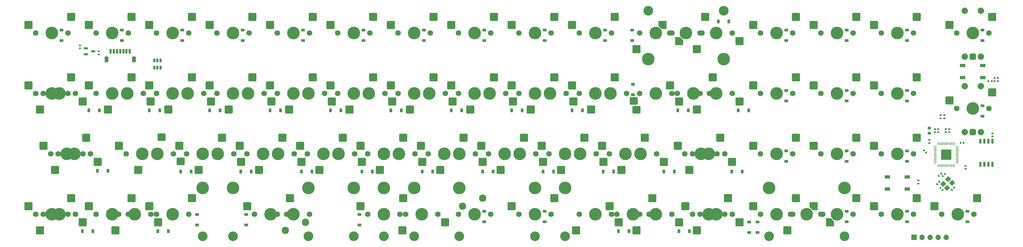
<source format=gbr>
%TF.GenerationSoftware,KiCad,Pcbnew,8.0.5*%
%TF.CreationDate,2024-09-17T11:40:20-04:00*%
%TF.ProjectId,Limousine,4c696d6f-7573-4696-9e65-2e6b69636164,rev?*%
%TF.SameCoordinates,Original*%
%TF.FileFunction,Soldermask,Bot*%
%TF.FilePolarity,Negative*%
%FSLAX46Y46*%
G04 Gerber Fmt 4.6, Leading zero omitted, Abs format (unit mm)*
G04 Created by KiCad (PCBNEW 8.0.5) date 2024-09-17 11:40:20*
%MOMM*%
%LPD*%
G01*
G04 APERTURE LIST*
G04 Aperture macros list*
%AMRoundRect*
0 Rectangle with rounded corners*
0 $1 Rounding radius*
0 $2 $3 $4 $5 $6 $7 $8 $9 X,Y pos of 4 corners*
0 Add a 4 corners polygon primitive as box body*
4,1,4,$2,$3,$4,$5,$6,$7,$8,$9,$2,$3,0*
0 Add four circle primitives for the rounded corners*
1,1,$1+$1,$2,$3*
1,1,$1+$1,$4,$5*
1,1,$1+$1,$6,$7*
1,1,$1+$1,$8,$9*
0 Add four rect primitives between the rounded corners*
20,1,$1+$1,$2,$3,$4,$5,0*
20,1,$1+$1,$4,$5,$6,$7,0*
20,1,$1+$1,$6,$7,$8,$9,0*
20,1,$1+$1,$8,$9,$2,$3,0*%
%AMRotRect*
0 Rectangle, with rotation*
0 The origin of the aperture is its center*
0 $1 length*
0 $2 width*
0 $3 Rotation angle, in degrees counterclockwise*
0 Add horizontal line*
21,1,$1,$2,0,0,$3*%
%AMOutline4P*
0 Free polygon, 4 corners , with rotation*
0 The origin of the aperture is its center*
0 number of corners: always 4*
0 $1 to $8 corner X, Y*
0 $9 Rotation angle, in degrees counterclockwise*
0 create outline with 4 corners*
4,1,4,$1,$2,$3,$4,$5,$6,$7,$8,$1,$2,$9*%
%AMOutline5P*
0 Free polygon, 5 corners , with rotation*
0 The origin of the aperture is its center*
0 number of corners: always 5*
0 $1 to $10 corner X, Y*
0 $11 Rotation angle, in degrees counterclockwise*
0 create outline with 5 corners*
4,1,5,$1,$2,$3,$4,$5,$6,$7,$8,$9,$10,$1,$2,$11*%
%AMOutline6P*
0 Free polygon, 6 corners , with rotation*
0 The origin of the aperture is its center*
0 number of corners: always 6*
0 $1 to $12 corner X, Y*
0 $13 Rotation angle, in degrees counterclockwise*
0 create outline with 6 corners*
4,1,6,$1,$2,$3,$4,$5,$6,$7,$8,$9,$10,$11,$12,$1,$2,$13*%
%AMOutline7P*
0 Free polygon, 7 corners , with rotation*
0 The origin of the aperture is its center*
0 number of corners: always 7*
0 $1 to $14 corner X, Y*
0 $15 Rotation angle, in degrees counterclockwise*
0 create outline with 7 corners*
4,1,7,$1,$2,$3,$4,$5,$6,$7,$8,$9,$10,$11,$12,$13,$14,$1,$2,$15*%
%AMOutline8P*
0 Free polygon, 8 corners , with rotation*
0 The origin of the aperture is its center*
0 number of corners: always 8*
0 $1 to $16 corner X, Y*
0 $17 Rotation angle, in degrees counterclockwise*
0 create outline with 8 corners*
4,1,8,$1,$2,$3,$4,$5,$6,$7,$8,$9,$10,$11,$12,$13,$14,$15,$16,$1,$2,$17*%
G04 Aperture macros list end*
%ADD10C,2.000000*%
%ADD11RoundRect,0.500000X0.500000X-0.500000X0.500000X0.500000X-0.500000X0.500000X-0.500000X-0.500000X0*%
%ADD12C,1.750000*%
%ADD13C,3.987800*%
%ADD14C,2.300000*%
%ADD15C,3.048000*%
%ADD16RoundRect,0.140000X0.170000X-0.140000X0.170000X0.140000X-0.170000X0.140000X-0.170000X-0.140000X0*%
%ADD17RoundRect,0.250000X1.025000X1.000000X-1.025000X1.000000X-1.025000X-1.000000X1.025000X-1.000000X0*%
%ADD18RoundRect,0.225000X0.375000X-0.225000X0.375000X0.225000X-0.375000X0.225000X-0.375000X-0.225000X0*%
%ADD19RoundRect,0.250000X-1.025000X-1.000000X1.025000X-1.000000X1.025000X1.000000X-1.025000X1.000000X0*%
%ADD20RoundRect,0.150000X-0.150000X0.475000X-0.150000X-0.475000X0.150000X-0.475000X0.150000X0.475000X0*%
%ADD21RoundRect,0.225000X0.225000X0.375000X-0.225000X0.375000X-0.225000X-0.375000X0.225000X-0.375000X0*%
%ADD22RoundRect,0.225000X-0.375000X0.225000X-0.375000X-0.225000X0.375000X-0.225000X0.375000X0.225000X0*%
%ADD23RoundRect,0.140000X-0.170000X0.140000X-0.170000X-0.140000X0.170000X-0.140000X0.170000X0.140000X0*%
%ADD24RoundRect,0.135000X-0.135000X-0.185000X0.135000X-0.185000X0.135000X0.185000X-0.135000X0.185000X0*%
%ADD25RoundRect,0.135000X-0.185000X0.135000X-0.185000X-0.135000X0.185000X-0.135000X0.185000X0.135000X0*%
%ADD26RoundRect,0.140000X0.021213X-0.219203X0.219203X-0.021213X-0.021213X0.219203X-0.219203X0.021213X0*%
%ADD27RoundRect,0.140000X-0.140000X-0.170000X0.140000X-0.170000X0.140000X0.170000X-0.140000X0.170000X0*%
%ADD28Outline5P,-1.275000X1.250000X0.275000X1.250000X1.275000X0.250000X1.275000X-1.250000X-1.275000X-1.250000X0.000000*%
%ADD29R,1.700000X1.000000*%
%ADD30RoundRect,0.050000X0.387500X0.050000X-0.387500X0.050000X-0.387500X-0.050000X0.387500X-0.050000X0*%
%ADD31RoundRect,0.050000X0.050000X0.387500X-0.050000X0.387500X-0.050000X-0.387500X0.050000X-0.387500X0*%
%ADD32R,3.200000X3.200000*%
%ADD33RoundRect,0.150000X-0.512500X-0.150000X0.512500X-0.150000X0.512500X0.150000X-0.512500X0.150000X0*%
%ADD34RoundRect,0.150000X-0.150000X-0.625000X0.150000X-0.625000X0.150000X0.625000X-0.150000X0.625000X0*%
%ADD35RoundRect,0.250000X-0.350000X-0.650000X0.350000X-0.650000X0.350000X0.650000X-0.350000X0.650000X0*%
%ADD36RoundRect,0.140000X-0.021213X0.219203X-0.219203X0.021213X0.021213X-0.219203X0.219203X-0.021213X0*%
%ADD37RoundRect,0.230000X-1.045000X-0.920000X1.045000X-0.920000X1.045000X0.920000X-1.045000X0.920000X0*%
%ADD38RoundRect,0.225000X0.250000X-0.225000X0.250000X0.225000X-0.250000X0.225000X-0.250000X-0.225000X0*%
%ADD39RotRect,1.400000X1.200000X45.000000*%
%ADD40Outline4P,-1.275000X1.250000X1.275000X1.250000X1.275000X-1.250000X-1.275000X-1.250000X0.000000*%
%ADD41Outline5P,-1.275000X1.250000X0.275000X1.250000X1.275000X0.250000X1.275000X-1.250000X-1.275000X-1.250000X180.000000*%
%ADD42RoundRect,0.150000X0.150000X-0.650000X0.150000X0.650000X-0.150000X0.650000X-0.150000X-0.650000X0*%
%ADD43RoundRect,0.140000X0.219203X0.021213X0.021213X0.219203X-0.219203X-0.021213X-0.021213X-0.219203X0*%
%ADD44RoundRect,0.230000X1.045000X0.920000X-1.045000X0.920000X-1.045000X-0.920000X1.045000X-0.920000X0*%
%ADD45R,1.700000X1.700000*%
%ADD46O,1.700000X1.700000*%
%ADD47RoundRect,0.135000X0.035355X-0.226274X0.226274X-0.035355X-0.035355X0.226274X-0.226274X0.035355X0*%
G04 APERTURE END LIST*
D10*
%TO.C,SW2*%
X313412500Y-56712500D03*
X318412500Y-56712500D03*
D11*
X315912500Y-56712500D03*
D10*
X318412500Y-42212500D03*
X313412500Y-42212500D03*
%TD*%
D12*
%TO.C,MXS2*%
X153669880Y-82550008D03*
D13*
X158749880Y-82550008D03*
D12*
X163829880Y-82550008D03*
D14*
X154939880Y-80010008D03*
X161289880Y-77470008D03*
%TD*%
D13*
%TO.C,S1*%
X106362435Y-74295000D03*
D15*
X106362434Y-89535000D03*
X82549934Y-89535000D03*
D13*
X82549933Y-74295000D03*
%TD*%
%TO.C,S3*%
X153987395Y-74295000D03*
D15*
X153987394Y-89535000D03*
X130174894Y-89535000D03*
D13*
X130174893Y-74295000D03*
%TD*%
%TO.C,S4*%
X213518573Y-33654992D03*
D15*
X213518574Y-18414992D03*
X237331074Y-18414992D03*
D13*
X237331075Y-33654992D03*
%TD*%
D15*
%TO.C,S6*%
X120649928Y-89535008D03*
D13*
X120649928Y-74295008D03*
D15*
X82549928Y-89535008D03*
D13*
X82549928Y-74295008D03*
%TD*%
D15*
%TO.C,S5*%
X275431042Y-89535000D03*
D13*
X275431042Y-74295000D03*
D15*
X251618542Y-89535000D03*
D13*
X251618542Y-74295000D03*
%TD*%
D12*
%TO.C,MXS1*%
X106679927Y-82550008D03*
D13*
X101599928Y-82550008D03*
D12*
X96519929Y-82550008D03*
D14*
X105409928Y-85090008D03*
X99059928Y-87630008D03*
%TD*%
D15*
%TO.C,S2*%
X187324904Y-89534999D03*
D13*
X187324904Y-74295000D03*
D15*
X73024904Y-89534999D03*
D13*
X73024904Y-74295000D03*
%TD*%
D15*
%TO.C,S7*%
X177799880Y-89535008D03*
D13*
X177799880Y-74295008D03*
D15*
X139699880Y-89535008D03*
D13*
X139699880Y-74295008D03*
%TD*%
D10*
%TO.C,SW1*%
X313412500Y-32900000D03*
X318412500Y-32900000D03*
D11*
X315912500Y-32900000D03*
D10*
X318412500Y-18400000D03*
X313412500Y-18400000D03*
%TD*%
D16*
%TO.C,C2*%
X34329672Y-30259361D03*
X34329672Y-29299361D03*
%TD*%
D12*
%TO.C,MX9*%
X182880000Y-25400000D03*
D13*
X177800000Y-25400000D03*
D12*
X172720000Y-25400000D03*
D17*
X170440000Y-22860000D03*
X183890000Y-20320000D03*
%TD*%
D18*
%TO.C,D6*%
X123731928Y-27843750D03*
X123731928Y-24543750D03*
%TD*%
%TO.C,D56*%
X180899450Y-84993750D03*
X180899450Y-81693750D03*
%TD*%
D12*
%TO.C,MX51*%
X46513721Y-82550008D03*
D13*
X51593720Y-82550008D03*
D12*
X56673719Y-82550008D03*
D19*
X45503720Y-87630008D03*
X58953720Y-85090008D03*
%TD*%
D20*
%TO.C,U2*%
X57787464Y-34047640D03*
X58737464Y-34047641D03*
X59687464Y-34047640D03*
X59687464Y-36397640D03*
X58737464Y-36397639D03*
X57787464Y-36397640D03*
%TD*%
D21*
%TO.C,D43*%
X221736880Y-69155488D03*
X218436880Y-69155488D03*
%TD*%
D12*
%TO.C,MX20*%
X87630000Y-44450000D03*
D13*
X82550000Y-44450000D03*
D12*
X77470000Y-44450000D03*
D17*
X75190000Y-41910000D03*
X88640000Y-39370000D03*
%TD*%
D12*
%TO.C,MX90*%
X227488585Y-63500024D03*
D13*
X232568584Y-63500024D03*
D12*
X237648583Y-63500024D03*
D19*
X239928584Y-66040024D03*
X226478584Y-68580024D03*
%TD*%
D18*
%TO.C,D1*%
X28482008Y-27843750D03*
X28482008Y-24543750D03*
%TD*%
%TO.C,D3*%
X66581976Y-27843750D03*
X66581976Y-24543750D03*
%TD*%
D21*
%TO.C,D17*%
X40444512Y-49807784D03*
X37144512Y-49807784D03*
%TD*%
D22*
%TO.C,D11*%
X208458432Y-24543750D03*
X208458432Y-27843750D03*
%TD*%
D18*
%TO.C,D45*%
X257081816Y-65943750D03*
X257081816Y-62643750D03*
%TD*%
D12*
%TO.C,MX50*%
X49529999Y-82550000D03*
D13*
X44450000Y-82550000D03*
D12*
X39370001Y-82550000D03*
D17*
X37090000Y-80010000D03*
X50540000Y-77470000D03*
%TD*%
D12*
%TO.C,MX36*%
X97154951Y-63500048D03*
D13*
X92074952Y-63500048D03*
D12*
X86994953Y-63500048D03*
D17*
X98164952Y-58420048D03*
X84714952Y-60960048D03*
%TD*%
D18*
%TO.C,D62*%
X295181784Y-84993750D03*
X295181784Y-81693750D03*
%TD*%
%TO.C,D63*%
X314231768Y-84993750D03*
X314231768Y-81693750D03*
%TD*%
D23*
%TO.C,C1*%
X40233420Y-31209360D03*
X40233420Y-32169360D03*
%TD*%
D12*
%TO.C,MX16*%
X320992500Y-25400000D03*
D13*
X315912500Y-25400000D03*
D12*
X310832500Y-25400000D03*
D17*
X308552500Y-22860000D03*
X322002500Y-20320000D03*
%TD*%
D21*
%TO.C,D27*%
X226181856Y-49807784D03*
X222881856Y-49807784D03*
%TD*%
D18*
%TO.C,D59*%
X245367776Y-88367192D03*
X245367776Y-85067192D03*
%TD*%
D12*
%TO.C,MX5*%
X106680000Y-25400000D03*
D13*
X101600000Y-25400000D03*
D12*
X96520000Y-25400000D03*
D17*
X94240000Y-22860000D03*
X107690000Y-20320000D03*
%TD*%
D24*
%TO.C,R4*%
X322800276Y-40574184D03*
X323820276Y-40574184D03*
%TD*%
D12*
%TO.C,MX37*%
X116204951Y-63500048D03*
D13*
X111124952Y-63500048D03*
D12*
X106044953Y-63500048D03*
D17*
X117214952Y-58420048D03*
X103764952Y-60960048D03*
%TD*%
D21*
%TO.C,D44*%
X243148248Y-69155488D03*
X239848248Y-69155488D03*
%TD*%
%TO.C,D22*%
X135694432Y-49807784D03*
X132394432Y-49807784D03*
%TD*%
D12*
%TO.C,MX49*%
X22701241Y-82550008D03*
D13*
X27781240Y-82550008D03*
D12*
X32861239Y-82550008D03*
D19*
X21691240Y-87630008D03*
X35141240Y-85090008D03*
%TD*%
D12*
%TO.C,MX82*%
X72707465Y-63500024D03*
D13*
X77787464Y-63500024D03*
D12*
X82867463Y-63500024D03*
D19*
X85147464Y-66040024D03*
X71697464Y-68580024D03*
%TD*%
D12*
%TO.C,MX44*%
X235267335Y-63500024D03*
D13*
X230187336Y-63500024D03*
D12*
X225107337Y-63500024D03*
D17*
X236277336Y-58420024D03*
X222827336Y-60960024D03*
%TD*%
D12*
%TO.C,MX30*%
X278130000Y-44450000D03*
D13*
X273050000Y-44450000D03*
D12*
X267970000Y-44450000D03*
D17*
X265690000Y-41910000D03*
X279140000Y-39370000D03*
%TD*%
D25*
%TO.C,R8*%
X305748572Y-51375112D03*
X305748572Y-52395112D03*
%TD*%
D18*
%TO.C,D13*%
X257081816Y-27843750D03*
X257081816Y-24543750D03*
%TD*%
D12*
%TO.C,MX52*%
X68579999Y-82550000D03*
D13*
X63500000Y-82550000D03*
D12*
X58420001Y-82550000D03*
D17*
X56140000Y-80010000D03*
X69590000Y-77470000D03*
%TD*%
D18*
%TO.C,D15*%
X295181784Y-27843750D03*
X295181784Y-24543750D03*
%TD*%
D26*
%TO.C,C10*%
X309278689Y-74846379D03*
X309957511Y-74167557D03*
%TD*%
D12*
%TO.C,MX54*%
X135254904Y-82550000D03*
D13*
X130174904Y-82550000D03*
D12*
X125094904Y-82550000D03*
D17*
X136264904Y-77470000D03*
X122814904Y-80010000D03*
%TD*%
D18*
%TO.C,D31*%
X295181784Y-46893750D03*
X295181784Y-43593750D03*
%TD*%
D12*
%TO.C,MX83*%
X91757449Y-63500024D03*
D13*
X96837448Y-63500024D03*
D12*
X101917447Y-63500024D03*
D19*
X104197448Y-66040024D03*
X90747448Y-68580024D03*
%TD*%
D12*
%TO.C,MX74*%
X120332409Y-44450000D03*
D13*
X125412408Y-44450000D03*
D12*
X130492407Y-44450000D03*
D19*
X119322408Y-49530000D03*
X132772408Y-46990000D03*
%TD*%
D21*
%TO.C,D41*%
X183636912Y-69155488D03*
X180336912Y-69155488D03*
%TD*%
D12*
%TO.C,MX47*%
X297180000Y-63500000D03*
D13*
X292100000Y-63500000D03*
D12*
X287020000Y-63500000D03*
D17*
X284740000Y-60960000D03*
X298190000Y-58420000D03*
%TD*%
D25*
%TO.C,R7*%
X306939196Y-51375112D03*
X306939196Y-52395112D03*
%TD*%
D18*
%TO.C,D60*%
X248046680Y-88367192D03*
X248046680Y-85067192D03*
%TD*%
D27*
%TO.C,C7*%
X312114660Y-60070652D03*
X313074660Y-60070652D03*
%TD*%
D12*
%TO.C,MX73*%
X101282425Y-44450000D03*
D13*
X106362424Y-44450000D03*
D12*
X111442423Y-44450000D03*
D19*
X100272424Y-49530000D03*
X113722424Y-46990000D03*
%TD*%
D18*
%TO.C,D29*%
X257081816Y-46893750D03*
X257081816Y-43593750D03*
%TD*%
D12*
%TO.C,MX1*%
X30480000Y-25400000D03*
D13*
X25400000Y-25400000D03*
D12*
X20320000Y-25400000D03*
D17*
X18040000Y-22860000D03*
X31490000Y-20320000D03*
%TD*%
D21*
%TO.C,D19*%
X78544480Y-49807784D03*
X75244480Y-49807784D03*
%TD*%
D12*
%TO.C,MX66*%
X316230000Y-82550000D03*
D13*
X311150000Y-82550000D03*
D12*
X306070000Y-82550000D03*
D17*
X303790000Y-80010000D03*
X317240000Y-77470000D03*
%TD*%
D18*
%TO.C,D30*%
X276131800Y-46893750D03*
X276131800Y-43593750D03*
%TD*%
D23*
%TO.C,C8*%
X313636456Y-67329708D03*
X313636456Y-68289708D03*
%TD*%
D12*
%TO.C,MX55*%
X137001145Y-82550000D03*
D13*
X142081144Y-82550000D03*
D12*
X147161143Y-82550000D03*
D19*
X149441144Y-85090000D03*
X135991144Y-87630000D03*
%TD*%
D21*
%TO.C,D12*%
X238981064Y-21828120D03*
X235681064Y-21828120D03*
%TD*%
D12*
%TO.C,MX84*%
X110807433Y-63500024D03*
D13*
X115887432Y-63500024D03*
D12*
X120967431Y-63500024D03*
D19*
X123247432Y-66040024D03*
X109797432Y-68580024D03*
%TD*%
D16*
%TO.C,C3*%
X305004432Y-56681124D03*
X305004432Y-55721124D03*
%TD*%
D18*
%TO.C,D7*%
X142781912Y-27843750D03*
X142781912Y-24543750D03*
%TD*%
D12*
%TO.C,MX28*%
X229870001Y-44450000D03*
D13*
X234950000Y-44450000D03*
D12*
X240029999Y-44450000D03*
D19*
X242310000Y-46990000D03*
X228860000Y-49530000D03*
%TD*%
D18*
%TO.C,D55*%
X161849330Y-84993750D03*
X161849330Y-81693750D03*
%TD*%
D12*
%TO.C,MX63*%
X258444792Y-82550000D03*
D13*
X263524792Y-82550000D03*
D12*
X268604792Y-82550000D03*
D28*
X270884792Y-85090000D03*
D19*
X257434792Y-87630000D03*
%TD*%
D12*
%TO.C,MX71*%
X63182457Y-44450000D03*
D13*
X68262456Y-44450000D03*
D12*
X73342455Y-44450000D03*
D19*
X62172456Y-49530000D03*
X75622456Y-46990000D03*
%TD*%
D21*
%TO.C,D38*%
X126486960Y-69155488D03*
X123186960Y-69155488D03*
%TD*%
D12*
%TO.C,MX70*%
X49529999Y-44450000D03*
D13*
X44450000Y-44450000D03*
D12*
X39370001Y-44450000D03*
D17*
X37090000Y-41910000D03*
X50540000Y-39370000D03*
%TD*%
D21*
%TO.C,D23*%
X154744416Y-49807784D03*
X151444416Y-49807784D03*
%TD*%
D24*
%TO.C,R6*%
X322800276Y-39532388D03*
X323820276Y-39532388D03*
%TD*%
D12*
%TO.C,MX80*%
X27463753Y-63500024D03*
D13*
X32543752Y-63500024D03*
D12*
X37623751Y-63500024D03*
D19*
X26453752Y-68580024D03*
X39903752Y-66040024D03*
%TD*%
D12*
%TO.C,MX19*%
X68580000Y-44450000D03*
D13*
X63500000Y-44450000D03*
D12*
X58420000Y-44450000D03*
D17*
X56140000Y-41910000D03*
X69590000Y-39370000D03*
%TD*%
D29*
%TO.C,RST1*%
X295250000Y-70821032D03*
X288950000Y-70821032D03*
X295250000Y-74621032D03*
X288950000Y-74621032D03*
%TD*%
D30*
%TO.C,U3*%
X310972008Y-61191352D03*
X310972008Y-61591352D03*
X310972008Y-61991352D03*
X310972008Y-62391352D03*
X310972008Y-62791352D03*
X310972008Y-63191352D03*
X310972008Y-63591352D03*
X310972008Y-63991352D03*
X310972008Y-64391352D03*
X310972008Y-64791352D03*
X310972008Y-65191352D03*
X310972008Y-65591352D03*
X310972008Y-65991352D03*
X310972008Y-66391352D03*
D31*
X310134508Y-67228852D03*
X309734508Y-67228852D03*
X309334508Y-67228852D03*
X308934508Y-67228852D03*
X308534508Y-67228852D03*
X308134508Y-67228852D03*
X307734508Y-67228852D03*
X307334508Y-67228852D03*
X306934508Y-67228852D03*
X306534508Y-67228852D03*
X306134508Y-67228852D03*
X305734508Y-67228852D03*
X305334508Y-67228852D03*
X304934508Y-67228852D03*
D30*
X304097008Y-66391352D03*
X304097008Y-65991352D03*
X304097008Y-65591352D03*
X304097008Y-65191352D03*
X304097008Y-64791352D03*
X304097008Y-64391352D03*
X304097008Y-63991352D03*
X304097008Y-63591352D03*
X304097008Y-63191352D03*
X304097008Y-62791352D03*
X304097008Y-62391352D03*
X304097008Y-61991352D03*
X304097008Y-61591352D03*
X304097008Y-61191352D03*
D31*
X304934508Y-60353852D03*
X305334508Y-60353852D03*
X305734508Y-60353852D03*
X306134508Y-60353852D03*
X306534508Y-60353852D03*
X306934508Y-60353852D03*
X307334508Y-60353852D03*
X307734508Y-60353852D03*
X308134508Y-60353852D03*
X308534508Y-60353852D03*
X308934508Y-60353852D03*
X309334508Y-60353852D03*
X309734508Y-60353852D03*
X310134508Y-60353852D03*
D32*
X307534508Y-63791352D03*
%TD*%
D21*
%TO.C,D21*%
X116644448Y-49807784D03*
X113344448Y-49807784D03*
%TD*%
%TO.C,D49*%
X62173400Y-87907816D03*
X58873400Y-87907816D03*
%TD*%
D33*
%TO.C,U1*%
X36168732Y-32159359D03*
X36168732Y-30259361D03*
X38443732Y-31209360D03*
%TD*%
D12*
%TO.C,MX69*%
X22701241Y-44450000D03*
D13*
X27781240Y-44450000D03*
D12*
X32861239Y-44450000D03*
D19*
X21691240Y-49530000D03*
X35141240Y-46990000D03*
%TD*%
D12*
%TO.C,MX35*%
X78104967Y-63500048D03*
D13*
X73024968Y-63500048D03*
D12*
X67944969Y-63500048D03*
D17*
X79114968Y-58420048D03*
X65664968Y-60960048D03*
%TD*%
D18*
%TO.C,D52*%
X86717128Y-85985944D03*
X86717128Y-82685944D03*
%TD*%
D12*
%TO.C,MX31*%
X297180000Y-44450000D03*
D13*
X292100000Y-44450000D03*
D12*
X287020000Y-44450000D03*
D17*
X284740000Y-41910000D03*
X298190000Y-39370000D03*
%TD*%
D18*
%TO.C,D4*%
X85631960Y-27843750D03*
X85631960Y-24543750D03*
%TD*%
D12*
%TO.C,MX10*%
X201930000Y-25400000D03*
D13*
X196850000Y-25400000D03*
D12*
X191770000Y-25400000D03*
D17*
X189490000Y-22860000D03*
X202940000Y-20320000D03*
%TD*%
D18*
%TO.C,D50*%
X71239016Y-85985944D03*
X71239016Y-82685944D03*
%TD*%
D12*
%TO.C,MX12*%
X229870001Y-25400000D03*
D13*
X234950000Y-25400000D03*
D12*
X240029999Y-25400000D03*
D19*
X242310000Y-27940000D03*
X228860000Y-30480000D03*
%TD*%
D12*
%TO.C,MX77*%
X177482361Y-44450000D03*
D13*
X182562360Y-44450000D03*
D12*
X187642359Y-44450000D03*
D19*
X176472360Y-49530000D03*
X189922360Y-46990000D03*
%TD*%
D12*
%TO.C,MX23*%
X144780000Y-44450000D03*
D13*
X139700000Y-44450000D03*
D12*
X134620000Y-44450000D03*
D17*
X132340000Y-41910000D03*
X145790000Y-39370000D03*
%TD*%
D12*
%TO.C,MX17*%
X30480000Y-44450000D03*
D13*
X25400000Y-44450000D03*
D12*
X20320000Y-44450000D03*
D17*
X18040000Y-41910000D03*
X31490000Y-39370000D03*
%TD*%
D34*
%TO.C,J1*%
X43996064Y-31209360D03*
X44996064Y-31209360D03*
X45996064Y-31209360D03*
X46996064Y-31209360D03*
X47996064Y-31209360D03*
X48996064Y-31209360D03*
X49996064Y-31209360D03*
D35*
X42696064Y-33734360D03*
X51296064Y-33734360D03*
%TD*%
D12*
%TO.C,MX24*%
X163830000Y-44450000D03*
D13*
X158750000Y-44450000D03*
D12*
X153670000Y-44450000D03*
D17*
X151390000Y-41910000D03*
X164840000Y-39370000D03*
%TD*%
D21*
%TO.C,D35*%
X69337008Y-69155488D03*
X66037008Y-69155488D03*
%TD*%
D12*
%TO.C,MX75*%
X139382393Y-44450000D03*
D13*
X144462392Y-44450000D03*
D12*
X149542391Y-44450000D03*
D19*
X138372392Y-49530000D03*
X151822392Y-46990000D03*
%TD*%
D12*
%TO.C,MX53*%
X99536183Y-82550000D03*
D13*
X94456184Y-82550000D03*
D12*
X89376185Y-82550000D03*
D17*
X100546184Y-77470000D03*
X87096184Y-80010000D03*
%TD*%
D36*
%TO.C,C13*%
X307072937Y-69896056D03*
X306394115Y-70574878D03*
%TD*%
D12*
%TO.C,MX81*%
X53657481Y-63500024D03*
D13*
X58737480Y-63500024D03*
D12*
X63817479Y-63500024D03*
D37*
X66097479Y-65940024D03*
D19*
X52647480Y-68580024D03*
%TD*%
D12*
%TO.C,MX85*%
X129857417Y-63500024D03*
D13*
X134937416Y-63500024D03*
D12*
X140017415Y-63500024D03*
D19*
X142297416Y-66040024D03*
X128847416Y-68580024D03*
%TD*%
D18*
%TO.C,D32*%
X318994264Y-51656250D03*
X318994264Y-48356250D03*
%TD*%
D12*
%TO.C,MX27*%
X210820001Y-44450000D03*
D13*
X215900000Y-44450000D03*
D12*
X220979999Y-44450000D03*
D37*
X209810000Y-49630000D03*
D19*
X223260000Y-46990000D03*
%TD*%
D12*
%TO.C,MX26*%
X201930000Y-44450000D03*
D13*
X196850000Y-44450000D03*
D12*
X191770000Y-44450000D03*
D17*
X189490000Y-41910000D03*
X202940000Y-39370000D03*
%TD*%
D21*
%TO.C,D48*%
X38360920Y-87907816D03*
X35060920Y-87907816D03*
%TD*%
D22*
%TO.C,D26*%
X208756088Y-41609352D03*
X208756088Y-44909352D03*
%TD*%
D12*
%TO.C,MX13*%
X259080000Y-25400000D03*
D13*
X254000000Y-25400000D03*
D12*
X248920000Y-25400000D03*
D17*
X246640000Y-22860000D03*
X260090000Y-20320000D03*
%TD*%
D38*
%TO.C,C5*%
X302220072Y-56976124D03*
X302220072Y-55426124D03*
%TD*%
D21*
%TO.C,D39*%
X145536944Y-69155488D03*
X142236944Y-69155488D03*
%TD*%
D39*
%TO.C,Y1*%
X306602134Y-73046637D03*
X308157769Y-71491002D03*
X309359850Y-72693083D03*
X307804215Y-74248718D03*
%TD*%
D16*
%TO.C,C16*%
X308427476Y-56681124D03*
X308427476Y-55721124D03*
%TD*%
D12*
%TO.C,MX62*%
X259080000Y-82550000D03*
D13*
X254000000Y-82550000D03*
D12*
X248920000Y-82550000D03*
D17*
X246640000Y-80010000D03*
X260090000Y-77470000D03*
%TD*%
D12*
%TO.C,MX78*%
X196532345Y-44450000D03*
D13*
X201612344Y-44450000D03*
D12*
X206692343Y-44450000D03*
D19*
X195522344Y-49530000D03*
D37*
X208972344Y-46890000D03*
%TD*%
D12*
%TO.C,MX4*%
X87630000Y-25400000D03*
D13*
X82550000Y-25400000D03*
D12*
X77470000Y-25400000D03*
D17*
X75190000Y-22860000D03*
X88640000Y-20320000D03*
%TD*%
D12*
%TO.C,MX61*%
X229870001Y-82550000D03*
D13*
X234950000Y-82550000D03*
D12*
X240029999Y-82550000D03*
D19*
X228860000Y-87630000D03*
D40*
X242310000Y-85090000D03*
%TD*%
D18*
%TO.C,D9*%
X180881880Y-27843750D03*
X180881880Y-24543750D03*
%TD*%
D12*
%TO.C,MX41*%
X192404951Y-63500048D03*
D13*
X187324952Y-63500048D03*
D12*
X182244953Y-63500048D03*
D17*
X193414952Y-58420048D03*
X179964952Y-60960048D03*
%TD*%
D12*
%TO.C,MX15*%
X297180000Y-25400000D03*
D13*
X292100000Y-25400000D03*
D12*
X287020000Y-25400000D03*
D17*
X284740000Y-22860000D03*
X298190000Y-20320000D03*
%TD*%
D16*
%TO.C,C11*%
X322119652Y-58020576D03*
X322119652Y-57060576D03*
%TD*%
D12*
%TO.C,MX56*%
X182879999Y-82550000D03*
D13*
X177800000Y-82550000D03*
D12*
X172720001Y-82550000D03*
D17*
X170440000Y-80010000D03*
X183890000Y-77470000D03*
%TD*%
D21*
%TO.C,D58*%
X226479512Y-87907816D03*
X223179512Y-87907816D03*
%TD*%
D12*
%TO.C,MX39*%
X154304951Y-63500048D03*
D13*
X149224952Y-63500048D03*
D12*
X144144953Y-63500048D03*
D17*
X155314952Y-58420048D03*
X141864952Y-60960048D03*
%TD*%
D12*
%TO.C,MX68*%
X230504823Y-25399992D03*
D13*
X225424824Y-25399992D03*
D12*
X220344825Y-25399992D03*
D41*
X218064824Y-22859992D03*
D17*
X231514824Y-20319992D03*
%TD*%
D21*
%TO.C,D37*%
X107436976Y-69155488D03*
X104136976Y-69155488D03*
%TD*%
%TO.C,D40*%
X164586928Y-69155488D03*
X161286928Y-69155488D03*
%TD*%
D12*
%TO.C,MX14*%
X278130000Y-25400000D03*
D13*
X273050000Y-25400000D03*
D12*
X267970000Y-25400000D03*
D17*
X265690000Y-22860000D03*
X279140000Y-20320000D03*
%TD*%
D24*
%TO.C,R3*%
X320865512Y-40574184D03*
X321885512Y-40574184D03*
%TD*%
D12*
%TO.C,MX88*%
X187007369Y-63500024D03*
D13*
X192087368Y-63500024D03*
D12*
X197167367Y-63500024D03*
D19*
X199447368Y-66040024D03*
X185997368Y-68580024D03*
%TD*%
D12*
%TO.C,MX40*%
X173354951Y-63500048D03*
D13*
X168274952Y-63500048D03*
D12*
X163194953Y-63500048D03*
D17*
X174364952Y-58420048D03*
X160914952Y-60960048D03*
%TD*%
D12*
%TO.C,MX11*%
X210820001Y-25400000D03*
D13*
X215900000Y-25400000D03*
D12*
X220979999Y-25400000D03*
D28*
X223260000Y-27940000D03*
D19*
X209810000Y-30480000D03*
%TD*%
D12*
%TO.C,MX89*%
X206057353Y-63500024D03*
D13*
X211137352Y-63500024D03*
D12*
X216217351Y-63500024D03*
D19*
X218497352Y-66040024D03*
X205047352Y-68580024D03*
%TD*%
D42*
%TO.C,U4*%
X322089888Y-66796040D03*
X320819888Y-66796040D03*
X319549888Y-66796040D03*
X318279888Y-66796040D03*
X318279888Y-59596040D03*
X319549888Y-59596040D03*
X320819888Y-59596040D03*
X322089888Y-59596040D03*
%TD*%
D12*
%TO.C,MX48*%
X30479999Y-82550000D03*
D13*
X25400000Y-82550000D03*
D12*
X20320001Y-82550000D03*
D17*
X18040000Y-80010000D03*
X31490000Y-77470000D03*
%TD*%
D21*
%TO.C,D42*%
X202667032Y-69155488D03*
X199367032Y-69155488D03*
%TD*%
D18*
%TO.C,D14*%
X276131800Y-27843750D03*
X276131800Y-24543750D03*
%TD*%
D12*
%TO.C,MX21*%
X106680000Y-44450000D03*
D13*
X101600000Y-44450000D03*
D12*
X96520000Y-44450000D03*
D17*
X94240000Y-41910000D03*
X107690000Y-39370000D03*
%TD*%
D12*
%TO.C,MX59*%
X210820001Y-82550000D03*
D13*
X215900000Y-82550000D03*
D12*
X220979999Y-82550000D03*
D19*
X209810000Y-87630000D03*
X223260000Y-85090000D03*
%TD*%
D12*
%TO.C,MX25*%
X182880000Y-44450000D03*
D13*
X177800000Y-44450000D03*
D12*
X172720000Y-44450000D03*
D17*
X170440000Y-41910000D03*
X183890000Y-39370000D03*
%TD*%
D21*
%TO.C,D28*%
X245231840Y-49807784D03*
X241931840Y-49807784D03*
%TD*%
D18*
%TO.C,D10*%
X199931864Y-27843750D03*
X199931864Y-24543750D03*
%TD*%
D12*
%TO.C,MX32*%
X320992500Y-49212500D03*
D13*
X315912500Y-49212500D03*
D12*
X310832500Y-49212500D03*
D17*
X308552500Y-46672500D03*
X322002500Y-44132500D03*
%TD*%
D43*
%TO.C,C12*%
X306385639Y-74995207D03*
X305706817Y-74316385D03*
%TD*%
D12*
%TO.C,MX86*%
X148907401Y-63500024D03*
D13*
X153987400Y-63500024D03*
D12*
X159067399Y-63500024D03*
D19*
X161347400Y-66040024D03*
X147897400Y-68580024D03*
%TD*%
D21*
%TO.C,D18*%
X59494496Y-49807784D03*
X56194496Y-49807784D03*
%TD*%
D12*
%TO.C,MX22*%
X125730000Y-44450000D03*
D13*
X120650000Y-44450000D03*
D12*
X115570000Y-44450000D03*
D17*
X113290000Y-41910000D03*
X126740000Y-39370000D03*
%TD*%
D18*
%TO.C,D54*%
X122435848Y-85985944D03*
X122435848Y-82685944D03*
%TD*%
%TO.C,D16*%
X318994264Y-27843750D03*
X318994264Y-24543750D03*
%TD*%
D12*
%TO.C,MX46*%
X278129999Y-63500000D03*
D13*
X273050000Y-63500000D03*
D12*
X267970001Y-63500000D03*
D17*
X265690000Y-60960000D03*
X279140000Y-58420000D03*
%TD*%
D21*
%TO.C,D36*%
X88367128Y-69155488D03*
X85067128Y-69155488D03*
%TD*%
D12*
%TO.C,MX72*%
X82232441Y-44450000D03*
D13*
X87312440Y-44450000D03*
D12*
X92392439Y-44450000D03*
D19*
X81222440Y-49530000D03*
X94672440Y-46990000D03*
%TD*%
D21*
%TO.C,D33*%
X43143280Y-68857808D03*
X39843280Y-68857808D03*
%TD*%
D18*
%TO.C,D61*%
X276131800Y-84993750D03*
X276131800Y-81693750D03*
%TD*%
D29*
%TO.C,BOOT1*%
X319018876Y-35697624D03*
X312718876Y-35697624D03*
X319018876Y-39497624D03*
X312718876Y-39497624D03*
%TD*%
D36*
%TO.C,C4*%
X305880734Y-69778837D03*
X305201912Y-70457659D03*
%TD*%
D12*
%TO.C,MX29*%
X259080000Y-44450000D03*
D13*
X254000000Y-44450000D03*
D12*
X248920000Y-44450000D03*
D17*
X246640000Y-41910000D03*
X260090000Y-39370000D03*
%TD*%
D12*
%TO.C,MX42*%
X211454951Y-63500048D03*
D13*
X206374952Y-63500048D03*
D12*
X201294953Y-63500048D03*
D17*
X212464952Y-58420048D03*
X199014952Y-60960048D03*
%TD*%
D12*
%TO.C,MX33*%
X35262352Y-63500024D03*
D13*
X30182352Y-63500024D03*
D12*
X25102352Y-63500024D03*
D17*
X22822352Y-60960024D03*
X36272352Y-58420024D03*
%TD*%
D18*
%TO.C,D2*%
X47531992Y-27843750D03*
X47531992Y-24543750D03*
%TD*%
D12*
%TO.C,MX34*%
X59054968Y-63500048D03*
D13*
X53974968Y-63500048D03*
D12*
X48894968Y-63500048D03*
D44*
X60064968Y-58320048D03*
D17*
X46614968Y-60960048D03*
%TD*%
D16*
%TO.C,C14*%
X303962636Y-56681124D03*
X303962636Y-55721124D03*
%TD*%
D18*
%TO.C,D46*%
X276131800Y-65943750D03*
X276131800Y-62643750D03*
%TD*%
D21*
%TO.C,D25*%
X192844384Y-49807784D03*
X189544384Y-49807784D03*
%TD*%
D12*
%TO.C,MX87*%
X167957385Y-63500024D03*
D13*
X173037384Y-63500024D03*
D12*
X178117383Y-63500024D03*
D19*
X180397384Y-66040024D03*
X166947384Y-68580024D03*
%TD*%
D18*
%TO.C,D47*%
X295181784Y-65943750D03*
X295181784Y-62643750D03*
%TD*%
D45*
%TO.C,J3*%
X297404280Y-89892112D03*
D46*
X299944280Y-89892112D03*
X302484280Y-89892112D03*
X305024280Y-89892112D03*
X307564280Y-89892112D03*
%TD*%
D12*
%TO.C,MX45*%
X259079999Y-63500000D03*
D13*
X254000000Y-63500000D03*
D12*
X248920001Y-63500000D03*
D17*
X246640000Y-60960000D03*
X260090000Y-58420000D03*
%TD*%
D21*
%TO.C,D57*%
X207429528Y-87907816D03*
X204129528Y-87907816D03*
%TD*%
D25*
%TO.C,R5*%
X298753656Y-71954384D03*
X298753656Y-72974384D03*
%TD*%
D12*
%TO.C,MX65*%
X297180000Y-82550000D03*
D13*
X292100000Y-82550000D03*
D12*
X287020000Y-82550000D03*
D17*
X284740000Y-80010000D03*
X298190000Y-77470000D03*
%TD*%
D12*
%TO.C,MX18*%
X44132473Y-44450040D03*
D13*
X49212472Y-44450040D03*
D12*
X54292471Y-44450040D03*
D19*
X43122472Y-49530040D03*
X56572472Y-46990040D03*
%TD*%
D12*
%TO.C,MX64*%
X278130000Y-82550000D03*
D13*
X273050000Y-82550000D03*
D12*
X267970000Y-82550000D03*
D41*
X265690000Y-80010000D03*
D17*
X279140000Y-77470000D03*
%TD*%
D18*
%TO.C,D8*%
X161831896Y-27843750D03*
X161831896Y-24543750D03*
%TD*%
D43*
%TO.C,C9*%
X301176659Y-63088967D03*
X300497837Y-62410145D03*
%TD*%
D16*
%TO.C,C15*%
X307385680Y-56681124D03*
X307385680Y-55721124D03*
%TD*%
D21*
%TO.C,D24*%
X173794400Y-49807784D03*
X170494400Y-49807784D03*
%TD*%
D12*
%TO.C,MX76*%
X158432377Y-44450000D03*
D13*
X163512376Y-44450000D03*
D12*
X168592375Y-44450000D03*
D19*
X157422376Y-49530000D03*
X170872376Y-46990000D03*
%TD*%
D16*
%TO.C,C6*%
X302220072Y-60110432D03*
X302220072Y-59150432D03*
%TD*%
D12*
%TO.C,MX2*%
X49530000Y-25400000D03*
D13*
X44450000Y-25400000D03*
D12*
X39370000Y-25400000D03*
D17*
X37090000Y-22860000D03*
X50540000Y-20320000D03*
%TD*%
D12*
%TO.C,MX57*%
X191770001Y-82550000D03*
D13*
X196850000Y-82550000D03*
D12*
X201929999Y-82550000D03*
D19*
X190760000Y-87630000D03*
X204210000Y-85090000D03*
%TD*%
D12*
%TO.C,MX6*%
X125730000Y-25400000D03*
D13*
X120650000Y-25400000D03*
D12*
X115570000Y-25400000D03*
D17*
X113290000Y-22860000D03*
X126740000Y-20320000D03*
%TD*%
D21*
%TO.C,D20*%
X97594464Y-49807784D03*
X94294464Y-49807784D03*
%TD*%
D12*
%TO.C,MX8*%
X163830000Y-25400000D03*
D13*
X158750000Y-25400000D03*
D12*
X153670000Y-25400000D03*
D17*
X151390000Y-22860000D03*
X164840000Y-20320000D03*
%TD*%
D12*
%TO.C,MX38*%
X135254951Y-63500048D03*
D13*
X130174952Y-63500048D03*
D12*
X125094953Y-63500048D03*
D17*
X136264952Y-58420048D03*
X122814952Y-60960048D03*
%TD*%
D12*
%TO.C,MX60*%
X237648567Y-82550008D03*
D13*
X232568568Y-82550008D03*
D12*
X227488569Y-82550008D03*
D17*
X225208568Y-80010008D03*
X238658568Y-77470008D03*
%TD*%
D47*
%TO.C,R9*%
X304643808Y-73081656D03*
X305365056Y-72360408D03*
%TD*%
D12*
%TO.C,MX79*%
X232886071Y-44450000D03*
D13*
X227806072Y-44450000D03*
D12*
X222726073Y-44450000D03*
D17*
X233896072Y-39370000D03*
X220446072Y-41910000D03*
%TD*%
D12*
%TO.C,MX7*%
X144780000Y-25400000D03*
D13*
X139700000Y-25400000D03*
D12*
X134620000Y-25400000D03*
D17*
X132340000Y-22860000D03*
X145790000Y-20320000D03*
%TD*%
D12*
%TO.C,MX3*%
X68580000Y-25400000D03*
D13*
X63500000Y-25400000D03*
D12*
X58420000Y-25400000D03*
D17*
X56140000Y-22860000D03*
X69590000Y-20320000D03*
%TD*%
D18*
%TO.C,D5*%
X104681944Y-27843750D03*
X104681944Y-24543750D03*
%TD*%
D12*
%TO.C,MX58*%
X213836087Y-82550008D03*
D13*
X208756088Y-82550008D03*
D12*
X203676089Y-82550008D03*
D17*
X201396088Y-80010008D03*
X214846088Y-77470008D03*
%TD*%
M02*

</source>
